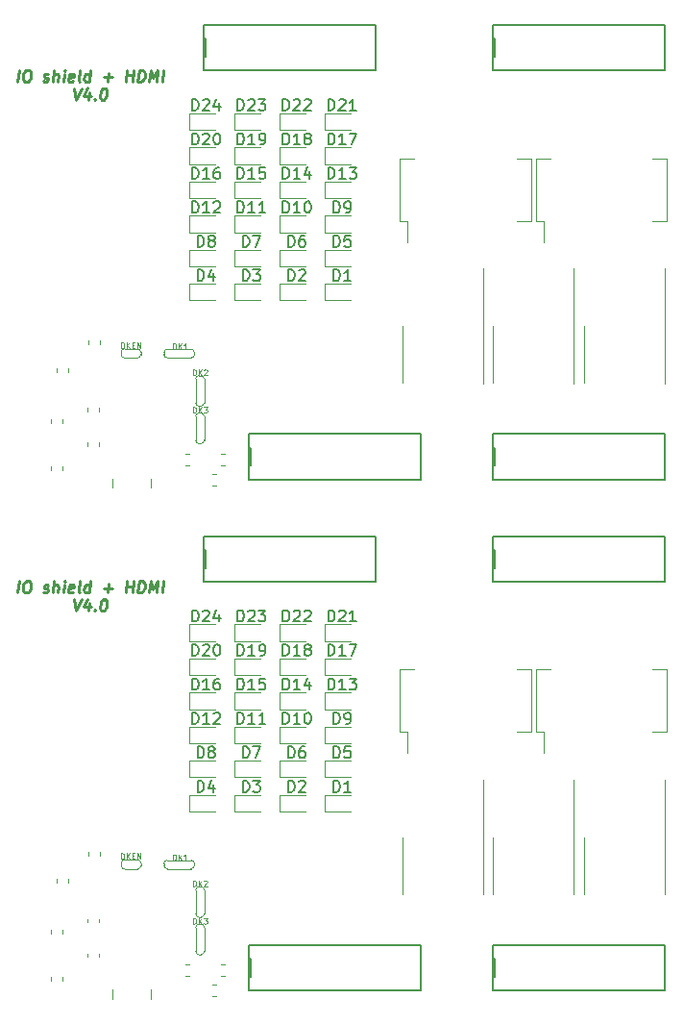
<source format=gbr>
G04 #@! TF.GenerationSoftware,KiCad,Pcbnew,(5.99.0-3349-gc9824bbd9)*
G04 #@! TF.CreationDate,2020-09-22T10:36:58-07:00*
G04 #@! TF.ProjectId,Alchitry_IO_Shield,416c6368-6974-4727-995f-494f5f536869,rev?*
G04 #@! TF.SameCoordinates,Original*
G04 #@! TF.FileFunction,Legend,Top*
G04 #@! TF.FilePolarity,Positive*
%FSLAX46Y46*%
G04 Gerber Fmt 4.6, Leading zero omitted, Abs format (unit mm)*
G04 Created by KiCad (PCBNEW (5.99.0-3349-gc9824bbd9)) date 2020-09-22 10:36:58*
%MOMM*%
%LPD*%
G01*
G04 APERTURE LIST*
%ADD10C,0.250000*%
%ADD11C,0.150000*%
%ADD12C,0.100000*%
%ADD13C,0.120000*%
%ADD14C,0.127000*%
G04 APERTURE END LIST*
D10*
X14548184Y-64452380D02*
X14673184Y-63452380D01*
X15339851Y-63452380D02*
X15530327Y-63452380D01*
X15619613Y-63500000D01*
X15702946Y-63595238D01*
X15726755Y-63785714D01*
X15685089Y-64119047D01*
X15613660Y-64309523D01*
X15506517Y-64404761D01*
X15405327Y-64452380D01*
X15214851Y-64452380D01*
X15125565Y-64404761D01*
X15042232Y-64309523D01*
X15018422Y-64119047D01*
X15060089Y-63785714D01*
X15131517Y-63595238D01*
X15238660Y-63500000D01*
X15339851Y-63452380D01*
X16792232Y-64404761D02*
X16881517Y-64452380D01*
X17071994Y-64452380D01*
X17173184Y-64404761D01*
X17232708Y-64309523D01*
X17238660Y-64261904D01*
X17202946Y-64166666D01*
X17113660Y-64119047D01*
X16970803Y-64119047D01*
X16881517Y-64071428D01*
X16845803Y-63976190D01*
X16851755Y-63928571D01*
X16911279Y-63833333D01*
X17012470Y-63785714D01*
X17155327Y-63785714D01*
X17244613Y-63833333D01*
X17643422Y-64452380D02*
X17768422Y-63452380D01*
X18071994Y-64452380D02*
X18137470Y-63928571D01*
X18101755Y-63833333D01*
X18012470Y-63785714D01*
X17869613Y-63785714D01*
X17768422Y-63833333D01*
X17714851Y-63880952D01*
X18548184Y-64452380D02*
X18631517Y-63785714D01*
X18673184Y-63452380D02*
X18619613Y-63500000D01*
X18661279Y-63547619D01*
X18714851Y-63500000D01*
X18673184Y-63452380D01*
X18661279Y-63547619D01*
X19411279Y-64404761D02*
X19310089Y-64452380D01*
X19119613Y-64452380D01*
X19030327Y-64404761D01*
X18994613Y-64309523D01*
X19042232Y-63928571D01*
X19101755Y-63833333D01*
X19202946Y-63785714D01*
X19393422Y-63785714D01*
X19482708Y-63833333D01*
X19518422Y-63928571D01*
X19506517Y-64023809D01*
X19018422Y-64119047D01*
X20024375Y-64452380D02*
X19935089Y-64404761D01*
X19899375Y-64309523D01*
X20006517Y-63452380D01*
X20833898Y-64452380D02*
X20958898Y-63452380D01*
X20839851Y-64404761D02*
X20738660Y-64452380D01*
X20548184Y-64452380D01*
X20458898Y-64404761D01*
X20417232Y-64357142D01*
X20381517Y-64261904D01*
X20417232Y-63976190D01*
X20476755Y-63880952D01*
X20530327Y-63833333D01*
X20631517Y-63785714D01*
X20821994Y-63785714D01*
X20911279Y-63833333D01*
X22119613Y-64071428D02*
X22881517Y-64071428D01*
X22452946Y-64452380D02*
X22548184Y-63690476D01*
X24071994Y-64452380D02*
X24196994Y-63452380D01*
X24137470Y-63928571D02*
X24708898Y-63928571D01*
X24643422Y-64452380D02*
X24768422Y-63452380D01*
X25119613Y-64452380D02*
X25244613Y-63452380D01*
X25482708Y-63452380D01*
X25619613Y-63500000D01*
X25702946Y-63595238D01*
X25738660Y-63690476D01*
X25762470Y-63880952D01*
X25744613Y-64023809D01*
X25673184Y-64214285D01*
X25613660Y-64309523D01*
X25506517Y-64404761D01*
X25357708Y-64452380D01*
X25119613Y-64452380D01*
X26119613Y-64452380D02*
X26244613Y-63452380D01*
X26488660Y-64166666D01*
X26911279Y-63452380D01*
X26786279Y-64452380D01*
X27262470Y-64452380D02*
X27387470Y-63452380D01*
X19506517Y-65062380D02*
X19714851Y-66062380D01*
X20173184Y-65062380D01*
X20893422Y-65395714D02*
X20810089Y-66062380D01*
X20702946Y-65014761D02*
X20375565Y-65729047D01*
X20994613Y-65729047D01*
X21345803Y-65967142D02*
X21387470Y-66014761D01*
X21333898Y-66062380D01*
X21292232Y-66014761D01*
X21345803Y-65967142D01*
X21333898Y-66062380D01*
X22125565Y-65062380D02*
X22220803Y-65062380D01*
X22310089Y-65110000D01*
X22351755Y-65157619D01*
X22387470Y-65252857D01*
X22411279Y-65443333D01*
X22381517Y-65681428D01*
X22310089Y-65871904D01*
X22250565Y-65967142D01*
X22196994Y-66014761D01*
X22095803Y-66062380D01*
X22000565Y-66062380D01*
X21911279Y-66014761D01*
X21869613Y-65967142D01*
X21833898Y-65871904D01*
X21810089Y-65681428D01*
X21839851Y-65443333D01*
X21911279Y-65252857D01*
X21970803Y-65157619D01*
X22024375Y-65110000D01*
X22125565Y-65062380D01*
X14548184Y-19452380D02*
X14673184Y-18452380D01*
X15339851Y-18452380D02*
X15530327Y-18452380D01*
X15619613Y-18500000D01*
X15702946Y-18595238D01*
X15726755Y-18785714D01*
X15685089Y-19119047D01*
X15613660Y-19309523D01*
X15506517Y-19404761D01*
X15405327Y-19452380D01*
X15214851Y-19452380D01*
X15125565Y-19404761D01*
X15042232Y-19309523D01*
X15018422Y-19119047D01*
X15060089Y-18785714D01*
X15131517Y-18595238D01*
X15238660Y-18500000D01*
X15339851Y-18452380D01*
X16792232Y-19404761D02*
X16881517Y-19452380D01*
X17071994Y-19452380D01*
X17173184Y-19404761D01*
X17232708Y-19309523D01*
X17238660Y-19261904D01*
X17202946Y-19166666D01*
X17113660Y-19119047D01*
X16970803Y-19119047D01*
X16881517Y-19071428D01*
X16845803Y-18976190D01*
X16851755Y-18928571D01*
X16911279Y-18833333D01*
X17012470Y-18785714D01*
X17155327Y-18785714D01*
X17244613Y-18833333D01*
X17643422Y-19452380D02*
X17768422Y-18452380D01*
X18071994Y-19452380D02*
X18137470Y-18928571D01*
X18101755Y-18833333D01*
X18012470Y-18785714D01*
X17869613Y-18785714D01*
X17768422Y-18833333D01*
X17714851Y-18880952D01*
X18548184Y-19452380D02*
X18631517Y-18785714D01*
X18673184Y-18452380D02*
X18619613Y-18500000D01*
X18661279Y-18547619D01*
X18714851Y-18500000D01*
X18673184Y-18452380D01*
X18661279Y-18547619D01*
X19411279Y-19404761D02*
X19310089Y-19452380D01*
X19119613Y-19452380D01*
X19030327Y-19404761D01*
X18994613Y-19309523D01*
X19042232Y-18928571D01*
X19101755Y-18833333D01*
X19202946Y-18785714D01*
X19393422Y-18785714D01*
X19482708Y-18833333D01*
X19518422Y-18928571D01*
X19506517Y-19023809D01*
X19018422Y-19119047D01*
X20024375Y-19452380D02*
X19935089Y-19404761D01*
X19899375Y-19309523D01*
X20006517Y-18452380D01*
X20833898Y-19452380D02*
X20958898Y-18452380D01*
X20839851Y-19404761D02*
X20738660Y-19452380D01*
X20548184Y-19452380D01*
X20458898Y-19404761D01*
X20417232Y-19357142D01*
X20381517Y-19261904D01*
X20417232Y-18976190D01*
X20476755Y-18880952D01*
X20530327Y-18833333D01*
X20631517Y-18785714D01*
X20821994Y-18785714D01*
X20911279Y-18833333D01*
X22119613Y-19071428D02*
X22881517Y-19071428D01*
X22452946Y-19452380D02*
X22548184Y-18690476D01*
X24071994Y-19452380D02*
X24196994Y-18452380D01*
X24137470Y-18928571D02*
X24708898Y-18928571D01*
X24643422Y-19452380D02*
X24768422Y-18452380D01*
X25119613Y-19452380D02*
X25244613Y-18452380D01*
X25482708Y-18452380D01*
X25619613Y-18500000D01*
X25702946Y-18595238D01*
X25738660Y-18690476D01*
X25762470Y-18880952D01*
X25744613Y-19023809D01*
X25673184Y-19214285D01*
X25613660Y-19309523D01*
X25506517Y-19404761D01*
X25357708Y-19452380D01*
X25119613Y-19452380D01*
X26119613Y-19452380D02*
X26244613Y-18452380D01*
X26488660Y-19166666D01*
X26911279Y-18452380D01*
X26786279Y-19452380D01*
X27262470Y-19452380D02*
X27387470Y-18452380D01*
X19506517Y-20062380D02*
X19714851Y-21062380D01*
X20173184Y-20062380D01*
X20893422Y-20395714D02*
X20810089Y-21062380D01*
X20702946Y-20014761D02*
X20375565Y-20729047D01*
X20994613Y-20729047D01*
X21345803Y-20967142D02*
X21387470Y-21014761D01*
X21333898Y-21062380D01*
X21292232Y-21014761D01*
X21345803Y-20967142D01*
X21333898Y-21062380D01*
X22125565Y-20062380D02*
X22220803Y-20062380D01*
X22310089Y-20110000D01*
X22351755Y-20157619D01*
X22387470Y-20252857D01*
X22411279Y-20443333D01*
X22381517Y-20681428D01*
X22310089Y-20871904D01*
X22250565Y-20967142D01*
X22196994Y-21014761D01*
X22095803Y-21062380D01*
X22000565Y-21062380D01*
X21911279Y-21014761D01*
X21869613Y-20967142D01*
X21833898Y-20871904D01*
X21810089Y-20681428D01*
X21839851Y-20443333D01*
X21911279Y-20252857D01*
X21970803Y-20157619D01*
X22024375Y-20110000D01*
X22125565Y-20062380D01*
D11*
X33910714Y-67022380D02*
X33910714Y-66022380D01*
X34148809Y-66022380D01*
X34291666Y-66070000D01*
X34386904Y-66165238D01*
X34434523Y-66260476D01*
X34482142Y-66450952D01*
X34482142Y-66593809D01*
X34434523Y-66784285D01*
X34386904Y-66879523D01*
X34291666Y-66974761D01*
X34148809Y-67022380D01*
X33910714Y-67022380D01*
X34863095Y-66117619D02*
X34910714Y-66070000D01*
X35005952Y-66022380D01*
X35244047Y-66022380D01*
X35339285Y-66070000D01*
X35386904Y-66117619D01*
X35434523Y-66212857D01*
X35434523Y-66308095D01*
X35386904Y-66450952D01*
X34815476Y-67022380D01*
X35434523Y-67022380D01*
X35767857Y-66022380D02*
X36386904Y-66022380D01*
X36053571Y-66403333D01*
X36196428Y-66403333D01*
X36291666Y-66450952D01*
X36339285Y-66498571D01*
X36386904Y-66593809D01*
X36386904Y-66831904D01*
X36339285Y-66927142D01*
X36291666Y-66974761D01*
X36196428Y-67022380D01*
X35910714Y-67022380D01*
X35815476Y-66974761D01*
X35767857Y-66927142D01*
X37910714Y-67022380D02*
X37910714Y-66022380D01*
X38148809Y-66022380D01*
X38291666Y-66070000D01*
X38386904Y-66165238D01*
X38434523Y-66260476D01*
X38482142Y-66450952D01*
X38482142Y-66593809D01*
X38434523Y-66784285D01*
X38386904Y-66879523D01*
X38291666Y-66974761D01*
X38148809Y-67022380D01*
X37910714Y-67022380D01*
X38863095Y-66117619D02*
X38910714Y-66070000D01*
X39005952Y-66022380D01*
X39244047Y-66022380D01*
X39339285Y-66070000D01*
X39386904Y-66117619D01*
X39434523Y-66212857D01*
X39434523Y-66308095D01*
X39386904Y-66450952D01*
X38815476Y-67022380D01*
X39434523Y-67022380D01*
X39815476Y-66117619D02*
X39863095Y-66070000D01*
X39958333Y-66022380D01*
X40196428Y-66022380D01*
X40291666Y-66070000D01*
X40339285Y-66117619D01*
X40386904Y-66212857D01*
X40386904Y-66308095D01*
X40339285Y-66450952D01*
X39767857Y-67022380D01*
X40386904Y-67022380D01*
X29910714Y-67022380D02*
X29910714Y-66022380D01*
X30148809Y-66022380D01*
X30291666Y-66070000D01*
X30386904Y-66165238D01*
X30434523Y-66260476D01*
X30482142Y-66450952D01*
X30482142Y-66593809D01*
X30434523Y-66784285D01*
X30386904Y-66879523D01*
X30291666Y-66974761D01*
X30148809Y-67022380D01*
X29910714Y-67022380D01*
X30863095Y-66117619D02*
X30910714Y-66070000D01*
X31005952Y-66022380D01*
X31244047Y-66022380D01*
X31339285Y-66070000D01*
X31386904Y-66117619D01*
X31434523Y-66212857D01*
X31434523Y-66308095D01*
X31386904Y-66450952D01*
X30815476Y-67022380D01*
X31434523Y-67022380D01*
X32291666Y-66355714D02*
X32291666Y-67022380D01*
X32053571Y-65974761D02*
X31815476Y-66689047D01*
X32434523Y-66689047D01*
X41910714Y-67022380D02*
X41910714Y-66022380D01*
X42148809Y-66022380D01*
X42291666Y-66070000D01*
X42386904Y-66165238D01*
X42434523Y-66260476D01*
X42482142Y-66450952D01*
X42482142Y-66593809D01*
X42434523Y-66784285D01*
X42386904Y-66879523D01*
X42291666Y-66974761D01*
X42148809Y-67022380D01*
X41910714Y-67022380D01*
X42863095Y-66117619D02*
X42910714Y-66070000D01*
X43005952Y-66022380D01*
X43244047Y-66022380D01*
X43339285Y-66070000D01*
X43386904Y-66117619D01*
X43434523Y-66212857D01*
X43434523Y-66308095D01*
X43386904Y-66450952D01*
X42815476Y-67022380D01*
X43434523Y-67022380D01*
X44386904Y-67022380D02*
X43815476Y-67022380D01*
X44101190Y-67022380D02*
X44101190Y-66022380D01*
X44005952Y-66165238D01*
X43910714Y-66260476D01*
X43815476Y-66308095D01*
X29910714Y-70022380D02*
X29910714Y-69022380D01*
X30148809Y-69022380D01*
X30291666Y-69070000D01*
X30386904Y-69165238D01*
X30434523Y-69260476D01*
X30482142Y-69450952D01*
X30482142Y-69593809D01*
X30434523Y-69784285D01*
X30386904Y-69879523D01*
X30291666Y-69974761D01*
X30148809Y-70022380D01*
X29910714Y-70022380D01*
X30863095Y-69117619D02*
X30910714Y-69070000D01*
X31005952Y-69022380D01*
X31244047Y-69022380D01*
X31339285Y-69070000D01*
X31386904Y-69117619D01*
X31434523Y-69212857D01*
X31434523Y-69308095D01*
X31386904Y-69450952D01*
X30815476Y-70022380D01*
X31434523Y-70022380D01*
X32053571Y-69022380D02*
X32148809Y-69022380D01*
X32244047Y-69070000D01*
X32291666Y-69117619D01*
X32339285Y-69212857D01*
X32386904Y-69403333D01*
X32386904Y-69641428D01*
X32339285Y-69831904D01*
X32291666Y-69927142D01*
X32244047Y-69974761D01*
X32148809Y-70022380D01*
X32053571Y-70022380D01*
X31958333Y-69974761D01*
X31910714Y-69927142D01*
X31863095Y-69831904D01*
X31815476Y-69641428D01*
X31815476Y-69403333D01*
X31863095Y-69212857D01*
X31910714Y-69117619D01*
X31958333Y-69070000D01*
X32053571Y-69022380D01*
X33910714Y-70022380D02*
X33910714Y-69022380D01*
X34148809Y-69022380D01*
X34291666Y-69070000D01*
X34386904Y-69165238D01*
X34434523Y-69260476D01*
X34482142Y-69450952D01*
X34482142Y-69593809D01*
X34434523Y-69784285D01*
X34386904Y-69879523D01*
X34291666Y-69974761D01*
X34148809Y-70022380D01*
X33910714Y-70022380D01*
X35434523Y-70022380D02*
X34863095Y-70022380D01*
X35148809Y-70022380D02*
X35148809Y-69022380D01*
X35053571Y-69165238D01*
X34958333Y-69260476D01*
X34863095Y-69308095D01*
X35910714Y-70022380D02*
X36101190Y-70022380D01*
X36196428Y-69974761D01*
X36244047Y-69927142D01*
X36339285Y-69784285D01*
X36386904Y-69593809D01*
X36386904Y-69212857D01*
X36339285Y-69117619D01*
X36291666Y-69070000D01*
X36196428Y-69022380D01*
X36005952Y-69022380D01*
X35910714Y-69070000D01*
X35863095Y-69117619D01*
X35815476Y-69212857D01*
X35815476Y-69450952D01*
X35863095Y-69546190D01*
X35910714Y-69593809D01*
X36005952Y-69641428D01*
X36196428Y-69641428D01*
X36291666Y-69593809D01*
X36339285Y-69546190D01*
X36386904Y-69450952D01*
X37910714Y-70022380D02*
X37910714Y-69022380D01*
X38148809Y-69022380D01*
X38291666Y-69070000D01*
X38386904Y-69165238D01*
X38434523Y-69260476D01*
X38482142Y-69450952D01*
X38482142Y-69593809D01*
X38434523Y-69784285D01*
X38386904Y-69879523D01*
X38291666Y-69974761D01*
X38148809Y-70022380D01*
X37910714Y-70022380D01*
X39434523Y-70022380D02*
X38863095Y-70022380D01*
X39148809Y-70022380D02*
X39148809Y-69022380D01*
X39053571Y-69165238D01*
X38958333Y-69260476D01*
X38863095Y-69308095D01*
X40005952Y-69450952D02*
X39910714Y-69403333D01*
X39863095Y-69355714D01*
X39815476Y-69260476D01*
X39815476Y-69212857D01*
X39863095Y-69117619D01*
X39910714Y-69070000D01*
X40005952Y-69022380D01*
X40196428Y-69022380D01*
X40291666Y-69070000D01*
X40339285Y-69117619D01*
X40386904Y-69212857D01*
X40386904Y-69260476D01*
X40339285Y-69355714D01*
X40291666Y-69403333D01*
X40196428Y-69450952D01*
X40005952Y-69450952D01*
X39910714Y-69498571D01*
X39863095Y-69546190D01*
X39815476Y-69641428D01*
X39815476Y-69831904D01*
X39863095Y-69927142D01*
X39910714Y-69974761D01*
X40005952Y-70022380D01*
X40196428Y-70022380D01*
X40291666Y-69974761D01*
X40339285Y-69927142D01*
X40386904Y-69831904D01*
X40386904Y-69641428D01*
X40339285Y-69546190D01*
X40291666Y-69498571D01*
X40196428Y-69450952D01*
X41910714Y-70022380D02*
X41910714Y-69022380D01*
X42148809Y-69022380D01*
X42291666Y-69070000D01*
X42386904Y-69165238D01*
X42434523Y-69260476D01*
X42482142Y-69450952D01*
X42482142Y-69593809D01*
X42434523Y-69784285D01*
X42386904Y-69879523D01*
X42291666Y-69974761D01*
X42148809Y-70022380D01*
X41910714Y-70022380D01*
X43434523Y-70022380D02*
X42863095Y-70022380D01*
X43148809Y-70022380D02*
X43148809Y-69022380D01*
X43053571Y-69165238D01*
X42958333Y-69260476D01*
X42863095Y-69308095D01*
X43767857Y-69022380D02*
X44434523Y-69022380D01*
X44005952Y-70022380D01*
X29910714Y-73022380D02*
X29910714Y-72022380D01*
X30148809Y-72022380D01*
X30291666Y-72070000D01*
X30386904Y-72165238D01*
X30434523Y-72260476D01*
X30482142Y-72450952D01*
X30482142Y-72593809D01*
X30434523Y-72784285D01*
X30386904Y-72879523D01*
X30291666Y-72974761D01*
X30148809Y-73022380D01*
X29910714Y-73022380D01*
X31434523Y-73022380D02*
X30863095Y-73022380D01*
X31148809Y-73022380D02*
X31148809Y-72022380D01*
X31053571Y-72165238D01*
X30958333Y-72260476D01*
X30863095Y-72308095D01*
X32291666Y-72022380D02*
X32101190Y-72022380D01*
X32005952Y-72070000D01*
X31958333Y-72117619D01*
X31863095Y-72260476D01*
X31815476Y-72450952D01*
X31815476Y-72831904D01*
X31863095Y-72927142D01*
X31910714Y-72974761D01*
X32005952Y-73022380D01*
X32196428Y-73022380D01*
X32291666Y-72974761D01*
X32339285Y-72927142D01*
X32386904Y-72831904D01*
X32386904Y-72593809D01*
X32339285Y-72498571D01*
X32291666Y-72450952D01*
X32196428Y-72403333D01*
X32005952Y-72403333D01*
X31910714Y-72450952D01*
X31863095Y-72498571D01*
X31815476Y-72593809D01*
X34386904Y-82022380D02*
X34386904Y-81022380D01*
X34625000Y-81022380D01*
X34767857Y-81070000D01*
X34863095Y-81165238D01*
X34910714Y-81260476D01*
X34958333Y-81450952D01*
X34958333Y-81593809D01*
X34910714Y-81784285D01*
X34863095Y-81879523D01*
X34767857Y-81974761D01*
X34625000Y-82022380D01*
X34386904Y-82022380D01*
X35291666Y-81022380D02*
X35910714Y-81022380D01*
X35577380Y-81403333D01*
X35720238Y-81403333D01*
X35815476Y-81450952D01*
X35863095Y-81498571D01*
X35910714Y-81593809D01*
X35910714Y-81831904D01*
X35863095Y-81927142D01*
X35815476Y-81974761D01*
X35720238Y-82022380D01*
X35434523Y-82022380D01*
X35339285Y-81974761D01*
X35291666Y-81927142D01*
X37910714Y-76022380D02*
X37910714Y-75022380D01*
X38148809Y-75022380D01*
X38291666Y-75070000D01*
X38386904Y-75165238D01*
X38434523Y-75260476D01*
X38482142Y-75450952D01*
X38482142Y-75593809D01*
X38434523Y-75784285D01*
X38386904Y-75879523D01*
X38291666Y-75974761D01*
X38148809Y-76022380D01*
X37910714Y-76022380D01*
X39434523Y-76022380D02*
X38863095Y-76022380D01*
X39148809Y-76022380D02*
X39148809Y-75022380D01*
X39053571Y-75165238D01*
X38958333Y-75260476D01*
X38863095Y-75308095D01*
X40053571Y-75022380D02*
X40148809Y-75022380D01*
X40244047Y-75070000D01*
X40291666Y-75117619D01*
X40339285Y-75212857D01*
X40386904Y-75403333D01*
X40386904Y-75641428D01*
X40339285Y-75831904D01*
X40291666Y-75927142D01*
X40244047Y-75974761D01*
X40148809Y-76022380D01*
X40053571Y-76022380D01*
X39958333Y-75974761D01*
X39910714Y-75927142D01*
X39863095Y-75831904D01*
X39815476Y-75641428D01*
X39815476Y-75403333D01*
X39863095Y-75212857D01*
X39910714Y-75117619D01*
X39958333Y-75070000D01*
X40053571Y-75022380D01*
X33910714Y-73022380D02*
X33910714Y-72022380D01*
X34148809Y-72022380D01*
X34291666Y-72070000D01*
X34386904Y-72165238D01*
X34434523Y-72260476D01*
X34482142Y-72450952D01*
X34482142Y-72593809D01*
X34434523Y-72784285D01*
X34386904Y-72879523D01*
X34291666Y-72974761D01*
X34148809Y-73022380D01*
X33910714Y-73022380D01*
X35434523Y-73022380D02*
X34863095Y-73022380D01*
X35148809Y-73022380D02*
X35148809Y-72022380D01*
X35053571Y-72165238D01*
X34958333Y-72260476D01*
X34863095Y-72308095D01*
X36339285Y-72022380D02*
X35863095Y-72022380D01*
X35815476Y-72498571D01*
X35863095Y-72450952D01*
X35958333Y-72403333D01*
X36196428Y-72403333D01*
X36291666Y-72450952D01*
X36339285Y-72498571D01*
X36386904Y-72593809D01*
X36386904Y-72831904D01*
X36339285Y-72927142D01*
X36291666Y-72974761D01*
X36196428Y-73022380D01*
X35958333Y-73022380D01*
X35863095Y-72974761D01*
X35815476Y-72927142D01*
X38386904Y-79022380D02*
X38386904Y-78022380D01*
X38625000Y-78022380D01*
X38767857Y-78070000D01*
X38863095Y-78165238D01*
X38910714Y-78260476D01*
X38958333Y-78450952D01*
X38958333Y-78593809D01*
X38910714Y-78784285D01*
X38863095Y-78879523D01*
X38767857Y-78974761D01*
X38625000Y-79022380D01*
X38386904Y-79022380D01*
X39815476Y-78022380D02*
X39625000Y-78022380D01*
X39529761Y-78070000D01*
X39482142Y-78117619D01*
X39386904Y-78260476D01*
X39339285Y-78450952D01*
X39339285Y-78831904D01*
X39386904Y-78927142D01*
X39434523Y-78974761D01*
X39529761Y-79022380D01*
X39720238Y-79022380D01*
X39815476Y-78974761D01*
X39863095Y-78927142D01*
X39910714Y-78831904D01*
X39910714Y-78593809D01*
X39863095Y-78498571D01*
X39815476Y-78450952D01*
X39720238Y-78403333D01*
X39529761Y-78403333D01*
X39434523Y-78450952D01*
X39386904Y-78498571D01*
X39339285Y-78593809D01*
X42386904Y-79022380D02*
X42386904Y-78022380D01*
X42625000Y-78022380D01*
X42767857Y-78070000D01*
X42863095Y-78165238D01*
X42910714Y-78260476D01*
X42958333Y-78450952D01*
X42958333Y-78593809D01*
X42910714Y-78784285D01*
X42863095Y-78879523D01*
X42767857Y-78974761D01*
X42625000Y-79022380D01*
X42386904Y-79022380D01*
X43863095Y-78022380D02*
X43386904Y-78022380D01*
X43339285Y-78498571D01*
X43386904Y-78450952D01*
X43482142Y-78403333D01*
X43720238Y-78403333D01*
X43815476Y-78450952D01*
X43863095Y-78498571D01*
X43910714Y-78593809D01*
X43910714Y-78831904D01*
X43863095Y-78927142D01*
X43815476Y-78974761D01*
X43720238Y-79022380D01*
X43482142Y-79022380D01*
X43386904Y-78974761D01*
X43339285Y-78927142D01*
X34386904Y-79022380D02*
X34386904Y-78022380D01*
X34625000Y-78022380D01*
X34767857Y-78070000D01*
X34863095Y-78165238D01*
X34910714Y-78260476D01*
X34958333Y-78450952D01*
X34958333Y-78593809D01*
X34910714Y-78784285D01*
X34863095Y-78879523D01*
X34767857Y-78974761D01*
X34625000Y-79022380D01*
X34386904Y-79022380D01*
X35291666Y-78022380D02*
X35958333Y-78022380D01*
X35529761Y-79022380D01*
X41910714Y-73022380D02*
X41910714Y-72022380D01*
X42148809Y-72022380D01*
X42291666Y-72070000D01*
X42386904Y-72165238D01*
X42434523Y-72260476D01*
X42482142Y-72450952D01*
X42482142Y-72593809D01*
X42434523Y-72784285D01*
X42386904Y-72879523D01*
X42291666Y-72974761D01*
X42148809Y-73022380D01*
X41910714Y-73022380D01*
X43434523Y-73022380D02*
X42863095Y-73022380D01*
X43148809Y-73022380D02*
X43148809Y-72022380D01*
X43053571Y-72165238D01*
X42958333Y-72260476D01*
X42863095Y-72308095D01*
X43767857Y-72022380D02*
X44386904Y-72022380D01*
X44053571Y-72403333D01*
X44196428Y-72403333D01*
X44291666Y-72450952D01*
X44339285Y-72498571D01*
X44386904Y-72593809D01*
X44386904Y-72831904D01*
X44339285Y-72927142D01*
X44291666Y-72974761D01*
X44196428Y-73022380D01*
X43910714Y-73022380D01*
X43815476Y-72974761D01*
X43767857Y-72927142D01*
X30386904Y-82022380D02*
X30386904Y-81022380D01*
X30625000Y-81022380D01*
X30767857Y-81070000D01*
X30863095Y-81165238D01*
X30910714Y-81260476D01*
X30958333Y-81450952D01*
X30958333Y-81593809D01*
X30910714Y-81784285D01*
X30863095Y-81879523D01*
X30767857Y-81974761D01*
X30625000Y-82022380D01*
X30386904Y-82022380D01*
X31815476Y-81355714D02*
X31815476Y-82022380D01*
X31577380Y-80974761D02*
X31339285Y-81689047D01*
X31958333Y-81689047D01*
X42386904Y-82022380D02*
X42386904Y-81022380D01*
X42625000Y-81022380D01*
X42767857Y-81070000D01*
X42863095Y-81165238D01*
X42910714Y-81260476D01*
X42958333Y-81450952D01*
X42958333Y-81593809D01*
X42910714Y-81784285D01*
X42863095Y-81879523D01*
X42767857Y-81974761D01*
X42625000Y-82022380D01*
X42386904Y-82022380D01*
X43910714Y-82022380D02*
X43339285Y-82022380D01*
X43625000Y-82022380D02*
X43625000Y-81022380D01*
X43529761Y-81165238D01*
X43434523Y-81260476D01*
X43339285Y-81308095D01*
X38386904Y-82022380D02*
X38386904Y-81022380D01*
X38625000Y-81022380D01*
X38767857Y-81070000D01*
X38863095Y-81165238D01*
X38910714Y-81260476D01*
X38958333Y-81450952D01*
X38958333Y-81593809D01*
X38910714Y-81784285D01*
X38863095Y-81879523D01*
X38767857Y-81974761D01*
X38625000Y-82022380D01*
X38386904Y-82022380D01*
X39339285Y-81117619D02*
X39386904Y-81070000D01*
X39482142Y-81022380D01*
X39720238Y-81022380D01*
X39815476Y-81070000D01*
X39863095Y-81117619D01*
X39910714Y-81212857D01*
X39910714Y-81308095D01*
X39863095Y-81450952D01*
X39291666Y-82022380D01*
X39910714Y-82022380D01*
X33910714Y-76022380D02*
X33910714Y-75022380D01*
X34148809Y-75022380D01*
X34291666Y-75070000D01*
X34386904Y-75165238D01*
X34434523Y-75260476D01*
X34482142Y-75450952D01*
X34482142Y-75593809D01*
X34434523Y-75784285D01*
X34386904Y-75879523D01*
X34291666Y-75974761D01*
X34148809Y-76022380D01*
X33910714Y-76022380D01*
X35434523Y-76022380D02*
X34863095Y-76022380D01*
X35148809Y-76022380D02*
X35148809Y-75022380D01*
X35053571Y-75165238D01*
X34958333Y-75260476D01*
X34863095Y-75308095D01*
X36386904Y-76022380D02*
X35815476Y-76022380D01*
X36101190Y-76022380D02*
X36101190Y-75022380D01*
X36005952Y-75165238D01*
X35910714Y-75260476D01*
X35815476Y-75308095D01*
D12*
X28210952Y-88026190D02*
X28210952Y-87526190D01*
X28330000Y-87526190D01*
X28401428Y-87550000D01*
X28449047Y-87597619D01*
X28472857Y-87645238D01*
X28496666Y-87740476D01*
X28496666Y-87811904D01*
X28472857Y-87907142D01*
X28449047Y-87954761D01*
X28401428Y-88002380D01*
X28330000Y-88026190D01*
X28210952Y-88026190D01*
X28710952Y-88026190D02*
X28710952Y-87526190D01*
X28996666Y-88026190D02*
X28782380Y-87740476D01*
X28996666Y-87526190D02*
X28710952Y-87811904D01*
X29472857Y-88026190D02*
X29187142Y-88026190D01*
X29330000Y-88026190D02*
X29330000Y-87526190D01*
X29282380Y-87597619D01*
X29234761Y-87645238D01*
X29187142Y-87669047D01*
D11*
X37910714Y-73022380D02*
X37910714Y-72022380D01*
X38148809Y-72022380D01*
X38291666Y-72070000D01*
X38386904Y-72165238D01*
X38434523Y-72260476D01*
X38482142Y-72450952D01*
X38482142Y-72593809D01*
X38434523Y-72784285D01*
X38386904Y-72879523D01*
X38291666Y-72974761D01*
X38148809Y-73022380D01*
X37910714Y-73022380D01*
X39434523Y-73022380D02*
X38863095Y-73022380D01*
X39148809Y-73022380D02*
X39148809Y-72022380D01*
X39053571Y-72165238D01*
X38958333Y-72260476D01*
X38863095Y-72308095D01*
X40291666Y-72355714D02*
X40291666Y-73022380D01*
X40053571Y-71974761D02*
X39815476Y-72689047D01*
X40434523Y-72689047D01*
X29910714Y-76022380D02*
X29910714Y-75022380D01*
X30148809Y-75022380D01*
X30291666Y-75070000D01*
X30386904Y-75165238D01*
X30434523Y-75260476D01*
X30482142Y-75450952D01*
X30482142Y-75593809D01*
X30434523Y-75784285D01*
X30386904Y-75879523D01*
X30291666Y-75974761D01*
X30148809Y-76022380D01*
X29910714Y-76022380D01*
X31434523Y-76022380D02*
X30863095Y-76022380D01*
X31148809Y-76022380D02*
X31148809Y-75022380D01*
X31053571Y-75165238D01*
X30958333Y-75260476D01*
X30863095Y-75308095D01*
X31815476Y-75117619D02*
X31863095Y-75070000D01*
X31958333Y-75022380D01*
X32196428Y-75022380D01*
X32291666Y-75070000D01*
X32339285Y-75117619D01*
X32386904Y-75212857D01*
X32386904Y-75308095D01*
X32339285Y-75450952D01*
X31767857Y-76022380D01*
X32386904Y-76022380D01*
X42386904Y-76022380D02*
X42386904Y-75022380D01*
X42625000Y-75022380D01*
X42767857Y-75070000D01*
X42863095Y-75165238D01*
X42910714Y-75260476D01*
X42958333Y-75450952D01*
X42958333Y-75593809D01*
X42910714Y-75784285D01*
X42863095Y-75879523D01*
X42767857Y-75974761D01*
X42625000Y-76022380D01*
X42386904Y-76022380D01*
X43434523Y-76022380D02*
X43625000Y-76022380D01*
X43720238Y-75974761D01*
X43767857Y-75927142D01*
X43863095Y-75784285D01*
X43910714Y-75593809D01*
X43910714Y-75212857D01*
X43863095Y-75117619D01*
X43815476Y-75070000D01*
X43720238Y-75022380D01*
X43529761Y-75022380D01*
X43434523Y-75070000D01*
X43386904Y-75117619D01*
X43339285Y-75212857D01*
X43339285Y-75450952D01*
X43386904Y-75546190D01*
X43434523Y-75593809D01*
X43529761Y-75641428D01*
X43720238Y-75641428D01*
X43815476Y-75593809D01*
X43863095Y-75546190D01*
X43910714Y-75450952D01*
X30386904Y-79022380D02*
X30386904Y-78022380D01*
X30625000Y-78022380D01*
X30767857Y-78070000D01*
X30863095Y-78165238D01*
X30910714Y-78260476D01*
X30958333Y-78450952D01*
X30958333Y-78593809D01*
X30910714Y-78784285D01*
X30863095Y-78879523D01*
X30767857Y-78974761D01*
X30625000Y-79022380D01*
X30386904Y-79022380D01*
X31529761Y-78450952D02*
X31434523Y-78403333D01*
X31386904Y-78355714D01*
X31339285Y-78260476D01*
X31339285Y-78212857D01*
X31386904Y-78117619D01*
X31434523Y-78070000D01*
X31529761Y-78022380D01*
X31720238Y-78022380D01*
X31815476Y-78070000D01*
X31863095Y-78117619D01*
X31910714Y-78212857D01*
X31910714Y-78260476D01*
X31863095Y-78355714D01*
X31815476Y-78403333D01*
X31720238Y-78450952D01*
X31529761Y-78450952D01*
X31434523Y-78498571D01*
X31386904Y-78546190D01*
X31339285Y-78641428D01*
X31339285Y-78831904D01*
X31386904Y-78927142D01*
X31434523Y-78974761D01*
X31529761Y-79022380D01*
X31720238Y-79022380D01*
X31815476Y-78974761D01*
X31863095Y-78927142D01*
X31910714Y-78831904D01*
X31910714Y-78641428D01*
X31863095Y-78546190D01*
X31815476Y-78498571D01*
X31720238Y-78450952D01*
D12*
X29980952Y-90326190D02*
X29980952Y-89826190D01*
X30100000Y-89826190D01*
X30171428Y-89850000D01*
X30219047Y-89897619D01*
X30242857Y-89945238D01*
X30266666Y-90040476D01*
X30266666Y-90111904D01*
X30242857Y-90207142D01*
X30219047Y-90254761D01*
X30171428Y-90302380D01*
X30100000Y-90326190D01*
X29980952Y-90326190D01*
X30480952Y-90326190D02*
X30480952Y-89826190D01*
X30766666Y-90326190D02*
X30552380Y-90040476D01*
X30766666Y-89826190D02*
X30480952Y-90111904D01*
X30957142Y-89873809D02*
X30980952Y-89850000D01*
X31028571Y-89826190D01*
X31147619Y-89826190D01*
X31195238Y-89850000D01*
X31219047Y-89873809D01*
X31242857Y-89921428D01*
X31242857Y-89969047D01*
X31219047Y-90040476D01*
X30933333Y-90326190D01*
X31242857Y-90326190D01*
X29980952Y-93626190D02*
X29980952Y-93126190D01*
X30100000Y-93126190D01*
X30171428Y-93150000D01*
X30219047Y-93197619D01*
X30242857Y-93245238D01*
X30266666Y-93340476D01*
X30266666Y-93411904D01*
X30242857Y-93507142D01*
X30219047Y-93554761D01*
X30171428Y-93602380D01*
X30100000Y-93626190D01*
X29980952Y-93626190D01*
X30480952Y-93626190D02*
X30480952Y-93126190D01*
X30766666Y-93626190D02*
X30552380Y-93340476D01*
X30766666Y-93126190D02*
X30480952Y-93411904D01*
X30933333Y-93126190D02*
X31242857Y-93126190D01*
X31076190Y-93316666D01*
X31147619Y-93316666D01*
X31195238Y-93340476D01*
X31219047Y-93364285D01*
X31242857Y-93411904D01*
X31242857Y-93530952D01*
X31219047Y-93578571D01*
X31195238Y-93602380D01*
X31147619Y-93626190D01*
X31004761Y-93626190D01*
X30957142Y-93602380D01*
X30933333Y-93578571D01*
X23630952Y-87926190D02*
X23630952Y-87426190D01*
X23750000Y-87426190D01*
X23821428Y-87450000D01*
X23869047Y-87497619D01*
X23892857Y-87545238D01*
X23916666Y-87640476D01*
X23916666Y-87711904D01*
X23892857Y-87807142D01*
X23869047Y-87854761D01*
X23821428Y-87902380D01*
X23750000Y-87926190D01*
X23630952Y-87926190D01*
X24130952Y-87926190D02*
X24130952Y-87426190D01*
X24416666Y-87926190D02*
X24202380Y-87640476D01*
X24416666Y-87426190D02*
X24130952Y-87711904D01*
X24630952Y-87664285D02*
X24797619Y-87664285D01*
X24869047Y-87926190D02*
X24630952Y-87926190D01*
X24630952Y-87426190D01*
X24869047Y-87426190D01*
X25083333Y-87926190D02*
X25083333Y-87426190D01*
X25369047Y-87926190D01*
X25369047Y-87426190D01*
X29980952Y-48626190D02*
X29980952Y-48126190D01*
X30100000Y-48126190D01*
X30171428Y-48150000D01*
X30219047Y-48197619D01*
X30242857Y-48245238D01*
X30266666Y-48340476D01*
X30266666Y-48411904D01*
X30242857Y-48507142D01*
X30219047Y-48554761D01*
X30171428Y-48602380D01*
X30100000Y-48626190D01*
X29980952Y-48626190D01*
X30480952Y-48626190D02*
X30480952Y-48126190D01*
X30766666Y-48626190D02*
X30552380Y-48340476D01*
X30766666Y-48126190D02*
X30480952Y-48411904D01*
X30933333Y-48126190D02*
X31242857Y-48126190D01*
X31076190Y-48316666D01*
X31147619Y-48316666D01*
X31195238Y-48340476D01*
X31219047Y-48364285D01*
X31242857Y-48411904D01*
X31242857Y-48530952D01*
X31219047Y-48578571D01*
X31195238Y-48602380D01*
X31147619Y-48626190D01*
X31004761Y-48626190D01*
X30957142Y-48602380D01*
X30933333Y-48578571D01*
X23630952Y-42926190D02*
X23630952Y-42426190D01*
X23750000Y-42426190D01*
X23821428Y-42450000D01*
X23869047Y-42497619D01*
X23892857Y-42545238D01*
X23916666Y-42640476D01*
X23916666Y-42711904D01*
X23892857Y-42807142D01*
X23869047Y-42854761D01*
X23821428Y-42902380D01*
X23750000Y-42926190D01*
X23630952Y-42926190D01*
X24130952Y-42926190D02*
X24130952Y-42426190D01*
X24416666Y-42926190D02*
X24202380Y-42640476D01*
X24416666Y-42426190D02*
X24130952Y-42711904D01*
X24630952Y-42664285D02*
X24797619Y-42664285D01*
X24869047Y-42926190D02*
X24630952Y-42926190D01*
X24630952Y-42426190D01*
X24869047Y-42426190D01*
X25083333Y-42926190D02*
X25083333Y-42426190D01*
X25369047Y-42926190D01*
X25369047Y-42426190D01*
X29980952Y-45326190D02*
X29980952Y-44826190D01*
X30100000Y-44826190D01*
X30171428Y-44850000D01*
X30219047Y-44897619D01*
X30242857Y-44945238D01*
X30266666Y-45040476D01*
X30266666Y-45111904D01*
X30242857Y-45207142D01*
X30219047Y-45254761D01*
X30171428Y-45302380D01*
X30100000Y-45326190D01*
X29980952Y-45326190D01*
X30480952Y-45326190D02*
X30480952Y-44826190D01*
X30766666Y-45326190D02*
X30552380Y-45040476D01*
X30766666Y-44826190D02*
X30480952Y-45111904D01*
X30957142Y-44873809D02*
X30980952Y-44850000D01*
X31028571Y-44826190D01*
X31147619Y-44826190D01*
X31195238Y-44850000D01*
X31219047Y-44873809D01*
X31242857Y-44921428D01*
X31242857Y-44969047D01*
X31219047Y-45040476D01*
X30933333Y-45326190D01*
X31242857Y-45326190D01*
X28210952Y-43026190D02*
X28210952Y-42526190D01*
X28330000Y-42526190D01*
X28401428Y-42550000D01*
X28449047Y-42597619D01*
X28472857Y-42645238D01*
X28496666Y-42740476D01*
X28496666Y-42811904D01*
X28472857Y-42907142D01*
X28449047Y-42954761D01*
X28401428Y-43002380D01*
X28330000Y-43026190D01*
X28210952Y-43026190D01*
X28710952Y-43026190D02*
X28710952Y-42526190D01*
X28996666Y-43026190D02*
X28782380Y-42740476D01*
X28996666Y-42526190D02*
X28710952Y-42811904D01*
X29472857Y-43026190D02*
X29187142Y-43026190D01*
X29330000Y-43026190D02*
X29330000Y-42526190D01*
X29282380Y-42597619D01*
X29234761Y-42645238D01*
X29187142Y-42669047D01*
D11*
X30386904Y-34022380D02*
X30386904Y-33022380D01*
X30625000Y-33022380D01*
X30767857Y-33070000D01*
X30863095Y-33165238D01*
X30910714Y-33260476D01*
X30958333Y-33450952D01*
X30958333Y-33593809D01*
X30910714Y-33784285D01*
X30863095Y-33879523D01*
X30767857Y-33974761D01*
X30625000Y-34022380D01*
X30386904Y-34022380D01*
X31529761Y-33450952D02*
X31434523Y-33403333D01*
X31386904Y-33355714D01*
X31339285Y-33260476D01*
X31339285Y-33212857D01*
X31386904Y-33117619D01*
X31434523Y-33070000D01*
X31529761Y-33022380D01*
X31720238Y-33022380D01*
X31815476Y-33070000D01*
X31863095Y-33117619D01*
X31910714Y-33212857D01*
X31910714Y-33260476D01*
X31863095Y-33355714D01*
X31815476Y-33403333D01*
X31720238Y-33450952D01*
X31529761Y-33450952D01*
X31434523Y-33498571D01*
X31386904Y-33546190D01*
X31339285Y-33641428D01*
X31339285Y-33831904D01*
X31386904Y-33927142D01*
X31434523Y-33974761D01*
X31529761Y-34022380D01*
X31720238Y-34022380D01*
X31815476Y-33974761D01*
X31863095Y-33927142D01*
X31910714Y-33831904D01*
X31910714Y-33641428D01*
X31863095Y-33546190D01*
X31815476Y-33498571D01*
X31720238Y-33450952D01*
X42386904Y-31022380D02*
X42386904Y-30022380D01*
X42625000Y-30022380D01*
X42767857Y-30070000D01*
X42863095Y-30165238D01*
X42910714Y-30260476D01*
X42958333Y-30450952D01*
X42958333Y-30593809D01*
X42910714Y-30784285D01*
X42863095Y-30879523D01*
X42767857Y-30974761D01*
X42625000Y-31022380D01*
X42386904Y-31022380D01*
X43434523Y-31022380D02*
X43625000Y-31022380D01*
X43720238Y-30974761D01*
X43767857Y-30927142D01*
X43863095Y-30784285D01*
X43910714Y-30593809D01*
X43910714Y-30212857D01*
X43863095Y-30117619D01*
X43815476Y-30070000D01*
X43720238Y-30022380D01*
X43529761Y-30022380D01*
X43434523Y-30070000D01*
X43386904Y-30117619D01*
X43339285Y-30212857D01*
X43339285Y-30450952D01*
X43386904Y-30546190D01*
X43434523Y-30593809D01*
X43529761Y-30641428D01*
X43720238Y-30641428D01*
X43815476Y-30593809D01*
X43863095Y-30546190D01*
X43910714Y-30450952D01*
X33910714Y-31022380D02*
X33910714Y-30022380D01*
X34148809Y-30022380D01*
X34291666Y-30070000D01*
X34386904Y-30165238D01*
X34434523Y-30260476D01*
X34482142Y-30450952D01*
X34482142Y-30593809D01*
X34434523Y-30784285D01*
X34386904Y-30879523D01*
X34291666Y-30974761D01*
X34148809Y-31022380D01*
X33910714Y-31022380D01*
X35434523Y-31022380D02*
X34863095Y-31022380D01*
X35148809Y-31022380D02*
X35148809Y-30022380D01*
X35053571Y-30165238D01*
X34958333Y-30260476D01*
X34863095Y-30308095D01*
X36386904Y-31022380D02*
X35815476Y-31022380D01*
X36101190Y-31022380D02*
X36101190Y-30022380D01*
X36005952Y-30165238D01*
X35910714Y-30260476D01*
X35815476Y-30308095D01*
X38386904Y-37022380D02*
X38386904Y-36022380D01*
X38625000Y-36022380D01*
X38767857Y-36070000D01*
X38863095Y-36165238D01*
X38910714Y-36260476D01*
X38958333Y-36450952D01*
X38958333Y-36593809D01*
X38910714Y-36784285D01*
X38863095Y-36879523D01*
X38767857Y-36974761D01*
X38625000Y-37022380D01*
X38386904Y-37022380D01*
X39339285Y-36117619D02*
X39386904Y-36070000D01*
X39482142Y-36022380D01*
X39720238Y-36022380D01*
X39815476Y-36070000D01*
X39863095Y-36117619D01*
X39910714Y-36212857D01*
X39910714Y-36308095D01*
X39863095Y-36450952D01*
X39291666Y-37022380D01*
X39910714Y-37022380D01*
X42386904Y-37022380D02*
X42386904Y-36022380D01*
X42625000Y-36022380D01*
X42767857Y-36070000D01*
X42863095Y-36165238D01*
X42910714Y-36260476D01*
X42958333Y-36450952D01*
X42958333Y-36593809D01*
X42910714Y-36784285D01*
X42863095Y-36879523D01*
X42767857Y-36974761D01*
X42625000Y-37022380D01*
X42386904Y-37022380D01*
X43910714Y-37022380D02*
X43339285Y-37022380D01*
X43625000Y-37022380D02*
X43625000Y-36022380D01*
X43529761Y-36165238D01*
X43434523Y-36260476D01*
X43339285Y-36308095D01*
X30386904Y-37022380D02*
X30386904Y-36022380D01*
X30625000Y-36022380D01*
X30767857Y-36070000D01*
X30863095Y-36165238D01*
X30910714Y-36260476D01*
X30958333Y-36450952D01*
X30958333Y-36593809D01*
X30910714Y-36784285D01*
X30863095Y-36879523D01*
X30767857Y-36974761D01*
X30625000Y-37022380D01*
X30386904Y-37022380D01*
X31815476Y-36355714D02*
X31815476Y-37022380D01*
X31577380Y-35974761D02*
X31339285Y-36689047D01*
X31958333Y-36689047D01*
X41910714Y-28022380D02*
X41910714Y-27022380D01*
X42148809Y-27022380D01*
X42291666Y-27070000D01*
X42386904Y-27165238D01*
X42434523Y-27260476D01*
X42482142Y-27450952D01*
X42482142Y-27593809D01*
X42434523Y-27784285D01*
X42386904Y-27879523D01*
X42291666Y-27974761D01*
X42148809Y-28022380D01*
X41910714Y-28022380D01*
X43434523Y-28022380D02*
X42863095Y-28022380D01*
X43148809Y-28022380D02*
X43148809Y-27022380D01*
X43053571Y-27165238D01*
X42958333Y-27260476D01*
X42863095Y-27308095D01*
X43767857Y-27022380D02*
X44386904Y-27022380D01*
X44053571Y-27403333D01*
X44196428Y-27403333D01*
X44291666Y-27450952D01*
X44339285Y-27498571D01*
X44386904Y-27593809D01*
X44386904Y-27831904D01*
X44339285Y-27927142D01*
X44291666Y-27974761D01*
X44196428Y-28022380D01*
X43910714Y-28022380D01*
X43815476Y-27974761D01*
X43767857Y-27927142D01*
X34386904Y-34022380D02*
X34386904Y-33022380D01*
X34625000Y-33022380D01*
X34767857Y-33070000D01*
X34863095Y-33165238D01*
X34910714Y-33260476D01*
X34958333Y-33450952D01*
X34958333Y-33593809D01*
X34910714Y-33784285D01*
X34863095Y-33879523D01*
X34767857Y-33974761D01*
X34625000Y-34022380D01*
X34386904Y-34022380D01*
X35291666Y-33022380D02*
X35958333Y-33022380D01*
X35529761Y-34022380D01*
X42386904Y-34022380D02*
X42386904Y-33022380D01*
X42625000Y-33022380D01*
X42767857Y-33070000D01*
X42863095Y-33165238D01*
X42910714Y-33260476D01*
X42958333Y-33450952D01*
X42958333Y-33593809D01*
X42910714Y-33784285D01*
X42863095Y-33879523D01*
X42767857Y-33974761D01*
X42625000Y-34022380D01*
X42386904Y-34022380D01*
X43863095Y-33022380D02*
X43386904Y-33022380D01*
X43339285Y-33498571D01*
X43386904Y-33450952D01*
X43482142Y-33403333D01*
X43720238Y-33403333D01*
X43815476Y-33450952D01*
X43863095Y-33498571D01*
X43910714Y-33593809D01*
X43910714Y-33831904D01*
X43863095Y-33927142D01*
X43815476Y-33974761D01*
X43720238Y-34022380D01*
X43482142Y-34022380D01*
X43386904Y-33974761D01*
X43339285Y-33927142D01*
X29910714Y-31022380D02*
X29910714Y-30022380D01*
X30148809Y-30022380D01*
X30291666Y-30070000D01*
X30386904Y-30165238D01*
X30434523Y-30260476D01*
X30482142Y-30450952D01*
X30482142Y-30593809D01*
X30434523Y-30784285D01*
X30386904Y-30879523D01*
X30291666Y-30974761D01*
X30148809Y-31022380D01*
X29910714Y-31022380D01*
X31434523Y-31022380D02*
X30863095Y-31022380D01*
X31148809Y-31022380D02*
X31148809Y-30022380D01*
X31053571Y-30165238D01*
X30958333Y-30260476D01*
X30863095Y-30308095D01*
X31815476Y-30117619D02*
X31863095Y-30070000D01*
X31958333Y-30022380D01*
X32196428Y-30022380D01*
X32291666Y-30070000D01*
X32339285Y-30117619D01*
X32386904Y-30212857D01*
X32386904Y-30308095D01*
X32339285Y-30450952D01*
X31767857Y-31022380D01*
X32386904Y-31022380D01*
X37910714Y-28022380D02*
X37910714Y-27022380D01*
X38148809Y-27022380D01*
X38291666Y-27070000D01*
X38386904Y-27165238D01*
X38434523Y-27260476D01*
X38482142Y-27450952D01*
X38482142Y-27593809D01*
X38434523Y-27784285D01*
X38386904Y-27879523D01*
X38291666Y-27974761D01*
X38148809Y-28022380D01*
X37910714Y-28022380D01*
X39434523Y-28022380D02*
X38863095Y-28022380D01*
X39148809Y-28022380D02*
X39148809Y-27022380D01*
X39053571Y-27165238D01*
X38958333Y-27260476D01*
X38863095Y-27308095D01*
X40291666Y-27355714D02*
X40291666Y-28022380D01*
X40053571Y-26974761D02*
X39815476Y-27689047D01*
X40434523Y-27689047D01*
X38386904Y-34022380D02*
X38386904Y-33022380D01*
X38625000Y-33022380D01*
X38767857Y-33070000D01*
X38863095Y-33165238D01*
X38910714Y-33260476D01*
X38958333Y-33450952D01*
X38958333Y-33593809D01*
X38910714Y-33784285D01*
X38863095Y-33879523D01*
X38767857Y-33974761D01*
X38625000Y-34022380D01*
X38386904Y-34022380D01*
X39815476Y-33022380D02*
X39625000Y-33022380D01*
X39529761Y-33070000D01*
X39482142Y-33117619D01*
X39386904Y-33260476D01*
X39339285Y-33450952D01*
X39339285Y-33831904D01*
X39386904Y-33927142D01*
X39434523Y-33974761D01*
X39529761Y-34022380D01*
X39720238Y-34022380D01*
X39815476Y-33974761D01*
X39863095Y-33927142D01*
X39910714Y-33831904D01*
X39910714Y-33593809D01*
X39863095Y-33498571D01*
X39815476Y-33450952D01*
X39720238Y-33403333D01*
X39529761Y-33403333D01*
X39434523Y-33450952D01*
X39386904Y-33498571D01*
X39339285Y-33593809D01*
X33910714Y-28022380D02*
X33910714Y-27022380D01*
X34148809Y-27022380D01*
X34291666Y-27070000D01*
X34386904Y-27165238D01*
X34434523Y-27260476D01*
X34482142Y-27450952D01*
X34482142Y-27593809D01*
X34434523Y-27784285D01*
X34386904Y-27879523D01*
X34291666Y-27974761D01*
X34148809Y-28022380D01*
X33910714Y-28022380D01*
X35434523Y-28022380D02*
X34863095Y-28022380D01*
X35148809Y-28022380D02*
X35148809Y-27022380D01*
X35053571Y-27165238D01*
X34958333Y-27260476D01*
X34863095Y-27308095D01*
X36339285Y-27022380D02*
X35863095Y-27022380D01*
X35815476Y-27498571D01*
X35863095Y-27450952D01*
X35958333Y-27403333D01*
X36196428Y-27403333D01*
X36291666Y-27450952D01*
X36339285Y-27498571D01*
X36386904Y-27593809D01*
X36386904Y-27831904D01*
X36339285Y-27927142D01*
X36291666Y-27974761D01*
X36196428Y-28022380D01*
X35958333Y-28022380D01*
X35863095Y-27974761D01*
X35815476Y-27927142D01*
X37910714Y-31022380D02*
X37910714Y-30022380D01*
X38148809Y-30022380D01*
X38291666Y-30070000D01*
X38386904Y-30165238D01*
X38434523Y-30260476D01*
X38482142Y-30450952D01*
X38482142Y-30593809D01*
X38434523Y-30784285D01*
X38386904Y-30879523D01*
X38291666Y-30974761D01*
X38148809Y-31022380D01*
X37910714Y-31022380D01*
X39434523Y-31022380D02*
X38863095Y-31022380D01*
X39148809Y-31022380D02*
X39148809Y-30022380D01*
X39053571Y-30165238D01*
X38958333Y-30260476D01*
X38863095Y-30308095D01*
X40053571Y-30022380D02*
X40148809Y-30022380D01*
X40244047Y-30070000D01*
X40291666Y-30117619D01*
X40339285Y-30212857D01*
X40386904Y-30403333D01*
X40386904Y-30641428D01*
X40339285Y-30831904D01*
X40291666Y-30927142D01*
X40244047Y-30974761D01*
X40148809Y-31022380D01*
X40053571Y-31022380D01*
X39958333Y-30974761D01*
X39910714Y-30927142D01*
X39863095Y-30831904D01*
X39815476Y-30641428D01*
X39815476Y-30403333D01*
X39863095Y-30212857D01*
X39910714Y-30117619D01*
X39958333Y-30070000D01*
X40053571Y-30022380D01*
X34386904Y-37022380D02*
X34386904Y-36022380D01*
X34625000Y-36022380D01*
X34767857Y-36070000D01*
X34863095Y-36165238D01*
X34910714Y-36260476D01*
X34958333Y-36450952D01*
X34958333Y-36593809D01*
X34910714Y-36784285D01*
X34863095Y-36879523D01*
X34767857Y-36974761D01*
X34625000Y-37022380D01*
X34386904Y-37022380D01*
X35291666Y-36022380D02*
X35910714Y-36022380D01*
X35577380Y-36403333D01*
X35720238Y-36403333D01*
X35815476Y-36450952D01*
X35863095Y-36498571D01*
X35910714Y-36593809D01*
X35910714Y-36831904D01*
X35863095Y-36927142D01*
X35815476Y-36974761D01*
X35720238Y-37022380D01*
X35434523Y-37022380D01*
X35339285Y-36974761D01*
X35291666Y-36927142D01*
X29910714Y-28022380D02*
X29910714Y-27022380D01*
X30148809Y-27022380D01*
X30291666Y-27070000D01*
X30386904Y-27165238D01*
X30434523Y-27260476D01*
X30482142Y-27450952D01*
X30482142Y-27593809D01*
X30434523Y-27784285D01*
X30386904Y-27879523D01*
X30291666Y-27974761D01*
X30148809Y-28022380D01*
X29910714Y-28022380D01*
X31434523Y-28022380D02*
X30863095Y-28022380D01*
X31148809Y-28022380D02*
X31148809Y-27022380D01*
X31053571Y-27165238D01*
X30958333Y-27260476D01*
X30863095Y-27308095D01*
X32291666Y-27022380D02*
X32101190Y-27022380D01*
X32005952Y-27070000D01*
X31958333Y-27117619D01*
X31863095Y-27260476D01*
X31815476Y-27450952D01*
X31815476Y-27831904D01*
X31863095Y-27927142D01*
X31910714Y-27974761D01*
X32005952Y-28022380D01*
X32196428Y-28022380D01*
X32291666Y-27974761D01*
X32339285Y-27927142D01*
X32386904Y-27831904D01*
X32386904Y-27593809D01*
X32339285Y-27498571D01*
X32291666Y-27450952D01*
X32196428Y-27403333D01*
X32005952Y-27403333D01*
X31910714Y-27450952D01*
X31863095Y-27498571D01*
X31815476Y-27593809D01*
X41910714Y-25022380D02*
X41910714Y-24022380D01*
X42148809Y-24022380D01*
X42291666Y-24070000D01*
X42386904Y-24165238D01*
X42434523Y-24260476D01*
X42482142Y-24450952D01*
X42482142Y-24593809D01*
X42434523Y-24784285D01*
X42386904Y-24879523D01*
X42291666Y-24974761D01*
X42148809Y-25022380D01*
X41910714Y-25022380D01*
X43434523Y-25022380D02*
X42863095Y-25022380D01*
X43148809Y-25022380D02*
X43148809Y-24022380D01*
X43053571Y-24165238D01*
X42958333Y-24260476D01*
X42863095Y-24308095D01*
X43767857Y-24022380D02*
X44434523Y-24022380D01*
X44005952Y-25022380D01*
X37910714Y-25022380D02*
X37910714Y-24022380D01*
X38148809Y-24022380D01*
X38291666Y-24070000D01*
X38386904Y-24165238D01*
X38434523Y-24260476D01*
X38482142Y-24450952D01*
X38482142Y-24593809D01*
X38434523Y-24784285D01*
X38386904Y-24879523D01*
X38291666Y-24974761D01*
X38148809Y-25022380D01*
X37910714Y-25022380D01*
X39434523Y-25022380D02*
X38863095Y-25022380D01*
X39148809Y-25022380D02*
X39148809Y-24022380D01*
X39053571Y-24165238D01*
X38958333Y-24260476D01*
X38863095Y-24308095D01*
X40005952Y-24450952D02*
X39910714Y-24403333D01*
X39863095Y-24355714D01*
X39815476Y-24260476D01*
X39815476Y-24212857D01*
X39863095Y-24117619D01*
X39910714Y-24070000D01*
X40005952Y-24022380D01*
X40196428Y-24022380D01*
X40291666Y-24070000D01*
X40339285Y-24117619D01*
X40386904Y-24212857D01*
X40386904Y-24260476D01*
X40339285Y-24355714D01*
X40291666Y-24403333D01*
X40196428Y-24450952D01*
X40005952Y-24450952D01*
X39910714Y-24498571D01*
X39863095Y-24546190D01*
X39815476Y-24641428D01*
X39815476Y-24831904D01*
X39863095Y-24927142D01*
X39910714Y-24974761D01*
X40005952Y-25022380D01*
X40196428Y-25022380D01*
X40291666Y-24974761D01*
X40339285Y-24927142D01*
X40386904Y-24831904D01*
X40386904Y-24641428D01*
X40339285Y-24546190D01*
X40291666Y-24498571D01*
X40196428Y-24450952D01*
X33910714Y-25022380D02*
X33910714Y-24022380D01*
X34148809Y-24022380D01*
X34291666Y-24070000D01*
X34386904Y-24165238D01*
X34434523Y-24260476D01*
X34482142Y-24450952D01*
X34482142Y-24593809D01*
X34434523Y-24784285D01*
X34386904Y-24879523D01*
X34291666Y-24974761D01*
X34148809Y-25022380D01*
X33910714Y-25022380D01*
X35434523Y-25022380D02*
X34863095Y-25022380D01*
X35148809Y-25022380D02*
X35148809Y-24022380D01*
X35053571Y-24165238D01*
X34958333Y-24260476D01*
X34863095Y-24308095D01*
X35910714Y-25022380D02*
X36101190Y-25022380D01*
X36196428Y-24974761D01*
X36244047Y-24927142D01*
X36339285Y-24784285D01*
X36386904Y-24593809D01*
X36386904Y-24212857D01*
X36339285Y-24117619D01*
X36291666Y-24070000D01*
X36196428Y-24022380D01*
X36005952Y-24022380D01*
X35910714Y-24070000D01*
X35863095Y-24117619D01*
X35815476Y-24212857D01*
X35815476Y-24450952D01*
X35863095Y-24546190D01*
X35910714Y-24593809D01*
X36005952Y-24641428D01*
X36196428Y-24641428D01*
X36291666Y-24593809D01*
X36339285Y-24546190D01*
X36386904Y-24450952D01*
X29910714Y-25022380D02*
X29910714Y-24022380D01*
X30148809Y-24022380D01*
X30291666Y-24070000D01*
X30386904Y-24165238D01*
X30434523Y-24260476D01*
X30482142Y-24450952D01*
X30482142Y-24593809D01*
X30434523Y-24784285D01*
X30386904Y-24879523D01*
X30291666Y-24974761D01*
X30148809Y-25022380D01*
X29910714Y-25022380D01*
X30863095Y-24117619D02*
X30910714Y-24070000D01*
X31005952Y-24022380D01*
X31244047Y-24022380D01*
X31339285Y-24070000D01*
X31386904Y-24117619D01*
X31434523Y-24212857D01*
X31434523Y-24308095D01*
X31386904Y-24450952D01*
X30815476Y-25022380D01*
X31434523Y-25022380D01*
X32053571Y-24022380D02*
X32148809Y-24022380D01*
X32244047Y-24070000D01*
X32291666Y-24117619D01*
X32339285Y-24212857D01*
X32386904Y-24403333D01*
X32386904Y-24641428D01*
X32339285Y-24831904D01*
X32291666Y-24927142D01*
X32244047Y-24974761D01*
X32148809Y-25022380D01*
X32053571Y-25022380D01*
X31958333Y-24974761D01*
X31910714Y-24927142D01*
X31863095Y-24831904D01*
X31815476Y-24641428D01*
X31815476Y-24403333D01*
X31863095Y-24212857D01*
X31910714Y-24117619D01*
X31958333Y-24070000D01*
X32053571Y-24022380D01*
X41910714Y-22022380D02*
X41910714Y-21022380D01*
X42148809Y-21022380D01*
X42291666Y-21070000D01*
X42386904Y-21165238D01*
X42434523Y-21260476D01*
X42482142Y-21450952D01*
X42482142Y-21593809D01*
X42434523Y-21784285D01*
X42386904Y-21879523D01*
X42291666Y-21974761D01*
X42148809Y-22022380D01*
X41910714Y-22022380D01*
X42863095Y-21117619D02*
X42910714Y-21070000D01*
X43005952Y-21022380D01*
X43244047Y-21022380D01*
X43339285Y-21070000D01*
X43386904Y-21117619D01*
X43434523Y-21212857D01*
X43434523Y-21308095D01*
X43386904Y-21450952D01*
X42815476Y-22022380D01*
X43434523Y-22022380D01*
X44386904Y-22022380D02*
X43815476Y-22022380D01*
X44101190Y-22022380D02*
X44101190Y-21022380D01*
X44005952Y-21165238D01*
X43910714Y-21260476D01*
X43815476Y-21308095D01*
X29910714Y-22022380D02*
X29910714Y-21022380D01*
X30148809Y-21022380D01*
X30291666Y-21070000D01*
X30386904Y-21165238D01*
X30434523Y-21260476D01*
X30482142Y-21450952D01*
X30482142Y-21593809D01*
X30434523Y-21784285D01*
X30386904Y-21879523D01*
X30291666Y-21974761D01*
X30148809Y-22022380D01*
X29910714Y-22022380D01*
X30863095Y-21117619D02*
X30910714Y-21070000D01*
X31005952Y-21022380D01*
X31244047Y-21022380D01*
X31339285Y-21070000D01*
X31386904Y-21117619D01*
X31434523Y-21212857D01*
X31434523Y-21308095D01*
X31386904Y-21450952D01*
X30815476Y-22022380D01*
X31434523Y-22022380D01*
X32291666Y-21355714D02*
X32291666Y-22022380D01*
X32053571Y-20974761D02*
X31815476Y-21689047D01*
X32434523Y-21689047D01*
X37910714Y-22022380D02*
X37910714Y-21022380D01*
X38148809Y-21022380D01*
X38291666Y-21070000D01*
X38386904Y-21165238D01*
X38434523Y-21260476D01*
X38482142Y-21450952D01*
X38482142Y-21593809D01*
X38434523Y-21784285D01*
X38386904Y-21879523D01*
X38291666Y-21974761D01*
X38148809Y-22022380D01*
X37910714Y-22022380D01*
X38863095Y-21117619D02*
X38910714Y-21070000D01*
X39005952Y-21022380D01*
X39244047Y-21022380D01*
X39339285Y-21070000D01*
X39386904Y-21117619D01*
X39434523Y-21212857D01*
X39434523Y-21308095D01*
X39386904Y-21450952D01*
X38815476Y-22022380D01*
X39434523Y-22022380D01*
X39815476Y-21117619D02*
X39863095Y-21070000D01*
X39958333Y-21022380D01*
X40196428Y-21022380D01*
X40291666Y-21070000D01*
X40339285Y-21117619D01*
X40386904Y-21212857D01*
X40386904Y-21308095D01*
X40339285Y-21450952D01*
X39767857Y-22022380D01*
X40386904Y-22022380D01*
X33910714Y-22022380D02*
X33910714Y-21022380D01*
X34148809Y-21022380D01*
X34291666Y-21070000D01*
X34386904Y-21165238D01*
X34434523Y-21260476D01*
X34482142Y-21450952D01*
X34482142Y-21593809D01*
X34434523Y-21784285D01*
X34386904Y-21879523D01*
X34291666Y-21974761D01*
X34148809Y-22022380D01*
X33910714Y-22022380D01*
X34863095Y-21117619D02*
X34910714Y-21070000D01*
X35005952Y-21022380D01*
X35244047Y-21022380D01*
X35339285Y-21070000D01*
X35386904Y-21117619D01*
X35434523Y-21212857D01*
X35434523Y-21308095D01*
X35386904Y-21450952D01*
X34815476Y-22022380D01*
X35434523Y-22022380D01*
X35767857Y-21022380D02*
X36386904Y-21022380D01*
X36053571Y-21403333D01*
X36196428Y-21403333D01*
X36291666Y-21450952D01*
X36339285Y-21498571D01*
X36386904Y-21593809D01*
X36386904Y-21831904D01*
X36339285Y-21927142D01*
X36291666Y-21974761D01*
X36196428Y-22022380D01*
X35910714Y-22022380D01*
X35815476Y-21974761D01*
X35767857Y-21927142D01*
D13*
X18510000Y-98662779D02*
X18510000Y-98337221D01*
X17490000Y-98662779D02*
X17490000Y-98337221D01*
X17990000Y-90012779D02*
X17990000Y-89687221D01*
X19010000Y-90012779D02*
X19010000Y-89687221D01*
X31737221Y-100010000D02*
X32062779Y-100010000D01*
X31737221Y-98990000D02*
X32062779Y-98990000D01*
X17490000Y-94512779D02*
X17490000Y-94187221D01*
X18510000Y-94512779D02*
X18510000Y-94187221D01*
X55570000Y-80940000D02*
X55570000Y-91060000D01*
X48430000Y-91000000D02*
X48430000Y-86000000D01*
X71570000Y-80940000D02*
X71570000Y-91060000D01*
X64430000Y-91000000D02*
X64430000Y-86000000D01*
X35925000Y-67265000D02*
X33640000Y-67265000D01*
X33640000Y-67265000D02*
X33640000Y-68735000D01*
X33640000Y-68735000D02*
X35925000Y-68735000D01*
X37640000Y-67265000D02*
X37640000Y-68735000D01*
X39925000Y-67265000D02*
X37640000Y-67265000D01*
X37640000Y-68735000D02*
X39925000Y-68735000D01*
X29640000Y-68735000D02*
X31925000Y-68735000D01*
X29640000Y-67265000D02*
X29640000Y-68735000D01*
X31925000Y-67265000D02*
X29640000Y-67265000D01*
X43925000Y-67265000D02*
X41640000Y-67265000D01*
X41640000Y-68735000D02*
X43925000Y-68735000D01*
X41640000Y-67265000D02*
X41640000Y-68735000D01*
X29640000Y-70265000D02*
X29640000Y-71735000D01*
X29640000Y-71735000D02*
X31925000Y-71735000D01*
X31925000Y-70265000D02*
X29640000Y-70265000D01*
X33640000Y-71735000D02*
X35925000Y-71735000D01*
X35925000Y-70265000D02*
X33640000Y-70265000D01*
X33640000Y-70265000D02*
X33640000Y-71735000D01*
X37640000Y-70265000D02*
X37640000Y-71735000D01*
X39925000Y-70265000D02*
X37640000Y-70265000D01*
X37640000Y-71735000D02*
X39925000Y-71735000D01*
X41640000Y-70265000D02*
X41640000Y-71735000D01*
X41640000Y-71735000D02*
X43925000Y-71735000D01*
X43925000Y-70265000D02*
X41640000Y-70265000D01*
X29640000Y-73265000D02*
X29640000Y-74735000D01*
X29640000Y-74735000D02*
X31925000Y-74735000D01*
X31925000Y-73265000D02*
X29640000Y-73265000D01*
X33640000Y-83735000D02*
X35925000Y-83735000D01*
X35925000Y-82265000D02*
X33640000Y-82265000D01*
X33640000Y-82265000D02*
X33640000Y-83735000D01*
X39925000Y-76265000D02*
X37640000Y-76265000D01*
X37640000Y-76265000D02*
X37640000Y-77735000D01*
X37640000Y-77735000D02*
X39925000Y-77735000D01*
X33640000Y-74735000D02*
X35925000Y-74735000D01*
X33640000Y-73265000D02*
X33640000Y-74735000D01*
X35925000Y-73265000D02*
X33640000Y-73265000D01*
X37640000Y-80735000D02*
X39925000Y-80735000D01*
X37640000Y-79265000D02*
X37640000Y-80735000D01*
X39925000Y-79265000D02*
X37640000Y-79265000D01*
X43925000Y-79265000D02*
X41640000Y-79265000D01*
X41640000Y-79265000D02*
X41640000Y-80735000D01*
X41640000Y-80735000D02*
X43925000Y-80735000D01*
X33640000Y-80735000D02*
X35925000Y-80735000D01*
X35925000Y-79265000D02*
X33640000Y-79265000D01*
X33640000Y-79265000D02*
X33640000Y-80735000D01*
X43925000Y-73265000D02*
X41640000Y-73265000D01*
X41640000Y-74735000D02*
X43925000Y-74735000D01*
X41640000Y-73265000D02*
X41640000Y-74735000D01*
X29640000Y-83735000D02*
X31925000Y-83735000D01*
X29640000Y-82265000D02*
X29640000Y-83735000D01*
X31925000Y-82265000D02*
X29640000Y-82265000D01*
X43925000Y-82265000D02*
X41640000Y-82265000D01*
X41640000Y-82265000D02*
X41640000Y-83735000D01*
X41640000Y-83735000D02*
X43925000Y-83735000D01*
X37640000Y-82265000D02*
X37640000Y-83735000D01*
X37640000Y-83735000D02*
X39925000Y-83735000D01*
X39925000Y-82265000D02*
X37640000Y-82265000D01*
X35925000Y-76265000D02*
X33640000Y-76265000D01*
X33640000Y-77735000D02*
X35925000Y-77735000D01*
X33640000Y-76265000D02*
X33640000Y-77735000D01*
X29830000Y-88788677D02*
X27730000Y-88788677D01*
X27430000Y-88300000D02*
X27430000Y-88500000D01*
X30130000Y-88300000D02*
X30130000Y-88500000D01*
X27730000Y-88037287D02*
X29830000Y-88037287D01*
X27424012Y-88335865D02*
G75*
G02*
X27724012Y-88035865I300000J0D01*
G01*
X30130315Y-88488677D02*
G75*
G02*
X29830315Y-88788677I-300000J0D01*
G01*
X29828550Y-88035865D02*
G75*
G02*
X30128550Y-88335865I0J-300000D01*
G01*
X27725777Y-88788677D02*
G75*
G02*
X27425777Y-88488677I0J300000D01*
G01*
X37640000Y-74735000D02*
X39925000Y-74735000D01*
X37640000Y-73265000D02*
X37640000Y-74735000D01*
X39925000Y-73265000D02*
X37640000Y-73265000D01*
X31925000Y-76265000D02*
X29640000Y-76265000D01*
X29640000Y-76265000D02*
X29640000Y-77735000D01*
X29640000Y-77735000D02*
X31925000Y-77735000D01*
X41640000Y-77735000D02*
X43925000Y-77735000D01*
X41640000Y-76265000D02*
X41640000Y-77735000D01*
X43925000Y-76265000D02*
X41640000Y-76265000D01*
X31925000Y-79265000D02*
X29640000Y-79265000D01*
X29640000Y-80735000D02*
X31925000Y-80735000D01*
X29640000Y-79265000D02*
X29640000Y-80735000D01*
X56430000Y-91000000D02*
X56430000Y-86000000D01*
X63570000Y-80940000D02*
X63570000Y-91060000D01*
X60225000Y-71240000D02*
X61494000Y-71240000D01*
X60225000Y-76760000D02*
X60875000Y-76760000D01*
X71775000Y-76760000D02*
X71775000Y-71240000D01*
X70505000Y-71240000D02*
X71775000Y-71240000D01*
X70505000Y-76760000D02*
X71775000Y-76760000D01*
X60875000Y-78610000D02*
X60875000Y-76760000D01*
X60225000Y-76760000D02*
X60225000Y-71240000D01*
X30237287Y-92750000D02*
X30237287Y-90650000D01*
X30988677Y-90650000D02*
X30988677Y-92750000D01*
X30500000Y-90350000D02*
X30700000Y-90350000D01*
X30500000Y-93050000D02*
X30700000Y-93050000D01*
X30688677Y-90349685D02*
G75*
G02*
X30988677Y-90649685I0J-300000D01*
G01*
X30988677Y-92754223D02*
G75*
G02*
X30688677Y-93054223I-300000J0D01*
G01*
X30235865Y-90651450D02*
G75*
G02*
X30535865Y-90351450I300000J0D01*
G01*
X30535865Y-93055988D02*
G75*
G02*
X30235865Y-92755988I0J300000D01*
G01*
X20790000Y-87287221D02*
X20790000Y-87612779D01*
X21810000Y-87287221D02*
X21810000Y-87612779D01*
X32437221Y-98260000D02*
X32762779Y-98260000D01*
X32437221Y-97240000D02*
X32762779Y-97240000D01*
X26320000Y-100250000D02*
X26320000Y-99450000D01*
X22880000Y-100250000D02*
X22880000Y-99450000D01*
X30500000Y-96350000D02*
X30700000Y-96350000D01*
X30500000Y-93650000D02*
X30700000Y-93650000D01*
X30988677Y-93950000D02*
X30988677Y-96050000D01*
X30237287Y-96050000D02*
X30237287Y-93950000D01*
X30688677Y-93649685D02*
G75*
G02*
X30988677Y-93949685I0J-300000D01*
G01*
X30988677Y-96054223D02*
G75*
G02*
X30688677Y-96354223I-300000J0D01*
G01*
X30235865Y-93951450D02*
G75*
G02*
X30535865Y-93651450I300000J0D01*
G01*
X30535865Y-96355988D02*
G75*
G02*
X30235865Y-96055988I0J300000D01*
G01*
X21710000Y-93187221D02*
X21710000Y-93512779D01*
X20690000Y-93187221D02*
X20690000Y-93512779D01*
X29337221Y-98260000D02*
X29662779Y-98260000D01*
X29337221Y-97240000D02*
X29662779Y-97240000D01*
X20690000Y-96562779D02*
X20690000Y-96237221D01*
X21710000Y-96562779D02*
X21710000Y-96237221D01*
D14*
X50100000Y-95500000D02*
X50100000Y-99500000D01*
X35100000Y-96700000D02*
X34900000Y-96700000D01*
X71600000Y-59500000D02*
X71600000Y-63500000D01*
X71600000Y-63500000D02*
X56400000Y-63500000D01*
X56400000Y-99500000D02*
X56400000Y-98300000D01*
X56400000Y-62300000D02*
X56400000Y-60700000D01*
X30900000Y-63500000D02*
X30900000Y-62300000D01*
X56400000Y-95500000D02*
X71600000Y-95500000D01*
X46100000Y-63500000D02*
X30900000Y-63500000D01*
X56600000Y-98300000D02*
X56600000Y-96700000D01*
X56400000Y-62300000D02*
X56600000Y-62300000D01*
X34900000Y-96700000D02*
X34900000Y-95500000D01*
X34900000Y-98300000D02*
X34900000Y-96700000D01*
X56400000Y-63500000D02*
X56400000Y-62300000D01*
X56600000Y-96700000D02*
X56400000Y-96700000D01*
X46100000Y-59500000D02*
X46100000Y-63500000D01*
X35100000Y-98300000D02*
X35100000Y-96700000D01*
X56400000Y-60700000D02*
X56400000Y-59500000D01*
X56400000Y-98300000D02*
X56400000Y-96700000D01*
X71600000Y-99500000D02*
X56400000Y-99500000D01*
X71600000Y-95500000D02*
X71600000Y-99500000D01*
X50100000Y-99500000D02*
X34900000Y-99500000D01*
X56400000Y-98300000D02*
X56600000Y-98300000D01*
X30900000Y-62300000D02*
X31100000Y-62300000D01*
X56400000Y-96700000D02*
X56400000Y-95500000D01*
X31100000Y-62300000D02*
X31100000Y-60700000D01*
X56600000Y-60700000D02*
X56400000Y-60700000D01*
X30900000Y-60700000D02*
X30900000Y-59500000D01*
X30900000Y-59500000D02*
X46100000Y-59500000D01*
X56400000Y-59500000D02*
X71600000Y-59500000D01*
X34900000Y-99500000D02*
X34900000Y-98300000D01*
X31100000Y-60700000D02*
X30900000Y-60700000D01*
X34900000Y-98300000D02*
X35100000Y-98300000D01*
X56600000Y-62300000D02*
X56600000Y-60700000D01*
X30900000Y-62300000D02*
X30900000Y-60700000D01*
X34900000Y-95500000D02*
X50100000Y-95500000D01*
D13*
X25391127Y-88520000D02*
X25391127Y-88290000D01*
X23673018Y-88513040D02*
X23673018Y-88303040D01*
X25100000Y-87980000D02*
X24000000Y-87980000D01*
X25100000Y-88819987D02*
X24000000Y-88819987D01*
X25391127Y-88522502D02*
G75*
G02*
X25091127Y-88822502I-300000J0D01*
G01*
X23973018Y-88820512D02*
G75*
G02*
X23673018Y-88520512I0J300000D01*
G01*
X23673018Y-88281057D02*
G75*
G02*
X23973018Y-87981057I300000J0D01*
G01*
X25091127Y-87985563D02*
G75*
G02*
X25391127Y-88285563I0J-300000D01*
G01*
X48225000Y-76760000D02*
X48225000Y-71240000D01*
X58505000Y-71240000D02*
X59775000Y-71240000D01*
X59775000Y-76760000D02*
X59775000Y-71240000D01*
X48225000Y-71240000D02*
X49494000Y-71240000D01*
X48875000Y-78610000D02*
X48875000Y-76760000D01*
X58505000Y-76760000D02*
X59775000Y-76760000D01*
X48225000Y-76760000D02*
X48875000Y-76760000D01*
X30500000Y-51350000D02*
X30700000Y-51350000D01*
X30500000Y-48650000D02*
X30700000Y-48650000D01*
X30988677Y-48950000D02*
X30988677Y-51050000D01*
X30237287Y-51050000D02*
X30237287Y-48950000D01*
X30688677Y-48649685D02*
G75*
G02*
X30988677Y-48949685I0J-300000D01*
G01*
X30988677Y-51054223D02*
G75*
G02*
X30688677Y-51354223I-300000J0D01*
G01*
X30235865Y-48951450D02*
G75*
G02*
X30535865Y-48651450I300000J0D01*
G01*
X30535865Y-51355988D02*
G75*
G02*
X30235865Y-51055988I0J300000D01*
G01*
X25391127Y-43520000D02*
X25391127Y-43290000D01*
X23673018Y-43513040D02*
X23673018Y-43303040D01*
X25100000Y-42980000D02*
X24000000Y-42980000D01*
X25100000Y-43819987D02*
X24000000Y-43819987D01*
X25391127Y-43522502D02*
G75*
G02*
X25091127Y-43822502I-300000J0D01*
G01*
X23973018Y-43820512D02*
G75*
G02*
X23673018Y-43520512I0J300000D01*
G01*
X23673018Y-43281057D02*
G75*
G02*
X23973018Y-42981057I300000J0D01*
G01*
X25091127Y-42985563D02*
G75*
G02*
X25391127Y-43285563I0J-300000D01*
G01*
X48225000Y-31760000D02*
X48225000Y-26240000D01*
X58505000Y-26240000D02*
X59775000Y-26240000D01*
X59775000Y-31760000D02*
X59775000Y-26240000D01*
X48225000Y-26240000D02*
X49494000Y-26240000D01*
X48875000Y-33610000D02*
X48875000Y-31760000D01*
X58505000Y-31760000D02*
X59775000Y-31760000D01*
X48225000Y-31760000D02*
X48875000Y-31760000D01*
D14*
X50100000Y-50500000D02*
X50100000Y-54500000D01*
X35100000Y-51700000D02*
X34900000Y-51700000D01*
X71600000Y-14500000D02*
X71600000Y-18500000D01*
X71600000Y-18500000D02*
X56400000Y-18500000D01*
X56400000Y-54500000D02*
X56400000Y-53300000D01*
X56400000Y-17300000D02*
X56400000Y-15700000D01*
X30900000Y-18500000D02*
X30900000Y-17300000D01*
X56400000Y-50500000D02*
X71600000Y-50500000D01*
X46100000Y-18500000D02*
X30900000Y-18500000D01*
X56600000Y-53300000D02*
X56600000Y-51700000D01*
X56400000Y-17300000D02*
X56600000Y-17300000D01*
X34900000Y-51700000D02*
X34900000Y-50500000D01*
X34900000Y-53300000D02*
X34900000Y-51700000D01*
X56400000Y-18500000D02*
X56400000Y-17300000D01*
X56600000Y-51700000D02*
X56400000Y-51700000D01*
X46100000Y-14500000D02*
X46100000Y-18500000D01*
X35100000Y-53300000D02*
X35100000Y-51700000D01*
X56400000Y-15700000D02*
X56400000Y-14500000D01*
X56400000Y-53300000D02*
X56400000Y-51700000D01*
X71600000Y-54500000D02*
X56400000Y-54500000D01*
X71600000Y-50500000D02*
X71600000Y-54500000D01*
X50100000Y-54500000D02*
X34900000Y-54500000D01*
X56400000Y-53300000D02*
X56600000Y-53300000D01*
X30900000Y-17300000D02*
X31100000Y-17300000D01*
X56400000Y-51700000D02*
X56400000Y-50500000D01*
X31100000Y-17300000D02*
X31100000Y-15700000D01*
X56600000Y-15700000D02*
X56400000Y-15700000D01*
X30900000Y-15700000D02*
X30900000Y-14500000D01*
X30900000Y-14500000D02*
X46100000Y-14500000D01*
X56400000Y-14500000D02*
X71600000Y-14500000D01*
X34900000Y-54500000D02*
X34900000Y-53300000D01*
X31100000Y-15700000D02*
X30900000Y-15700000D01*
X34900000Y-53300000D02*
X35100000Y-53300000D01*
X56600000Y-17300000D02*
X56600000Y-15700000D01*
X30900000Y-17300000D02*
X30900000Y-15700000D01*
X34900000Y-50500000D02*
X50100000Y-50500000D01*
D13*
X30237287Y-47750000D02*
X30237287Y-45650000D01*
X30988677Y-45650000D02*
X30988677Y-47750000D01*
X30500000Y-45350000D02*
X30700000Y-45350000D01*
X30500000Y-48050000D02*
X30700000Y-48050000D01*
X30688677Y-45349685D02*
G75*
G02*
X30988677Y-45649685I0J-300000D01*
G01*
X30988677Y-47754223D02*
G75*
G02*
X30688677Y-48054223I-300000J0D01*
G01*
X30235865Y-45651450D02*
G75*
G02*
X30535865Y-45351450I300000J0D01*
G01*
X30535865Y-48055988D02*
G75*
G02*
X30235865Y-47755988I0J300000D01*
G01*
X29830000Y-43788677D02*
X27730000Y-43788677D01*
X27430000Y-43300000D02*
X27430000Y-43500000D01*
X30130000Y-43300000D02*
X30130000Y-43500000D01*
X27730000Y-43037287D02*
X29830000Y-43037287D01*
X27424012Y-43335865D02*
G75*
G02*
X27724012Y-43035865I300000J0D01*
G01*
X30130315Y-43488677D02*
G75*
G02*
X29830315Y-43788677I-300000J0D01*
G01*
X29828550Y-43035865D02*
G75*
G02*
X30128550Y-43335865I0J-300000D01*
G01*
X27725777Y-43788677D02*
G75*
G02*
X27425777Y-43488677I0J300000D01*
G01*
X56430000Y-46000000D02*
X56430000Y-41000000D01*
X63570000Y-35940000D02*
X63570000Y-46060000D01*
X60225000Y-26240000D02*
X61494000Y-26240000D01*
X60225000Y-31760000D02*
X60875000Y-31760000D01*
X71775000Y-31760000D02*
X71775000Y-26240000D01*
X70505000Y-26240000D02*
X71775000Y-26240000D01*
X70505000Y-31760000D02*
X71775000Y-31760000D01*
X60875000Y-33610000D02*
X60875000Y-31760000D01*
X60225000Y-31760000D02*
X60225000Y-26240000D01*
X31925000Y-34265000D02*
X29640000Y-34265000D01*
X29640000Y-35735000D02*
X31925000Y-35735000D01*
X29640000Y-34265000D02*
X29640000Y-35735000D01*
X41640000Y-32735000D02*
X43925000Y-32735000D01*
X41640000Y-31265000D02*
X41640000Y-32735000D01*
X43925000Y-31265000D02*
X41640000Y-31265000D01*
X35925000Y-31265000D02*
X33640000Y-31265000D01*
X33640000Y-32735000D02*
X35925000Y-32735000D01*
X33640000Y-31265000D02*
X33640000Y-32735000D01*
X37640000Y-37265000D02*
X37640000Y-38735000D01*
X37640000Y-38735000D02*
X39925000Y-38735000D01*
X39925000Y-37265000D02*
X37640000Y-37265000D01*
X43925000Y-37265000D02*
X41640000Y-37265000D01*
X41640000Y-37265000D02*
X41640000Y-38735000D01*
X41640000Y-38735000D02*
X43925000Y-38735000D01*
X29640000Y-38735000D02*
X31925000Y-38735000D01*
X29640000Y-37265000D02*
X29640000Y-38735000D01*
X31925000Y-37265000D02*
X29640000Y-37265000D01*
X43925000Y-28265000D02*
X41640000Y-28265000D01*
X41640000Y-29735000D02*
X43925000Y-29735000D01*
X41640000Y-28265000D02*
X41640000Y-29735000D01*
X33640000Y-35735000D02*
X35925000Y-35735000D01*
X35925000Y-34265000D02*
X33640000Y-34265000D01*
X33640000Y-34265000D02*
X33640000Y-35735000D01*
X43925000Y-34265000D02*
X41640000Y-34265000D01*
X41640000Y-34265000D02*
X41640000Y-35735000D01*
X41640000Y-35735000D02*
X43925000Y-35735000D01*
X31925000Y-31265000D02*
X29640000Y-31265000D01*
X29640000Y-31265000D02*
X29640000Y-32735000D01*
X29640000Y-32735000D02*
X31925000Y-32735000D01*
X37640000Y-29735000D02*
X39925000Y-29735000D01*
X37640000Y-28265000D02*
X37640000Y-29735000D01*
X39925000Y-28265000D02*
X37640000Y-28265000D01*
X37640000Y-35735000D02*
X39925000Y-35735000D01*
X37640000Y-34265000D02*
X37640000Y-35735000D01*
X39925000Y-34265000D02*
X37640000Y-34265000D01*
X33640000Y-29735000D02*
X35925000Y-29735000D01*
X33640000Y-28265000D02*
X33640000Y-29735000D01*
X35925000Y-28265000D02*
X33640000Y-28265000D01*
X39925000Y-31265000D02*
X37640000Y-31265000D01*
X37640000Y-31265000D02*
X37640000Y-32735000D01*
X37640000Y-32735000D02*
X39925000Y-32735000D01*
X33640000Y-38735000D02*
X35925000Y-38735000D01*
X35925000Y-37265000D02*
X33640000Y-37265000D01*
X33640000Y-37265000D02*
X33640000Y-38735000D01*
X29640000Y-28265000D02*
X29640000Y-29735000D01*
X29640000Y-29735000D02*
X31925000Y-29735000D01*
X31925000Y-28265000D02*
X29640000Y-28265000D01*
X41640000Y-25265000D02*
X41640000Y-26735000D01*
X41640000Y-26735000D02*
X43925000Y-26735000D01*
X43925000Y-25265000D02*
X41640000Y-25265000D01*
X37640000Y-25265000D02*
X37640000Y-26735000D01*
X39925000Y-25265000D02*
X37640000Y-25265000D01*
X37640000Y-26735000D02*
X39925000Y-26735000D01*
X33640000Y-26735000D02*
X35925000Y-26735000D01*
X35925000Y-25265000D02*
X33640000Y-25265000D01*
X33640000Y-25265000D02*
X33640000Y-26735000D01*
X29640000Y-25265000D02*
X29640000Y-26735000D01*
X29640000Y-26735000D02*
X31925000Y-26735000D01*
X31925000Y-25265000D02*
X29640000Y-25265000D01*
X43925000Y-22265000D02*
X41640000Y-22265000D01*
X41640000Y-23735000D02*
X43925000Y-23735000D01*
X41640000Y-22265000D02*
X41640000Y-23735000D01*
X29640000Y-23735000D02*
X31925000Y-23735000D01*
X29640000Y-22265000D02*
X29640000Y-23735000D01*
X31925000Y-22265000D02*
X29640000Y-22265000D01*
X37640000Y-22265000D02*
X37640000Y-23735000D01*
X39925000Y-22265000D02*
X37640000Y-22265000D01*
X37640000Y-23735000D02*
X39925000Y-23735000D01*
X35925000Y-22265000D02*
X33640000Y-22265000D01*
X33640000Y-22265000D02*
X33640000Y-23735000D01*
X33640000Y-23735000D02*
X35925000Y-23735000D01*
X71570000Y-35940000D02*
X71570000Y-46060000D01*
X64430000Y-46000000D02*
X64430000Y-41000000D01*
X55570000Y-35940000D02*
X55570000Y-46060000D01*
X48430000Y-46000000D02*
X48430000Y-41000000D01*
X17490000Y-49512779D02*
X17490000Y-49187221D01*
X18510000Y-49512779D02*
X18510000Y-49187221D01*
X31737221Y-55010000D02*
X32062779Y-55010000D01*
X31737221Y-53990000D02*
X32062779Y-53990000D01*
X17990000Y-45012779D02*
X17990000Y-44687221D01*
X19010000Y-45012779D02*
X19010000Y-44687221D01*
X18510000Y-53662779D02*
X18510000Y-53337221D01*
X17490000Y-53662779D02*
X17490000Y-53337221D01*
X26320000Y-55250000D02*
X26320000Y-54450000D01*
X22880000Y-55250000D02*
X22880000Y-54450000D01*
X20690000Y-51562779D02*
X20690000Y-51237221D01*
X21710000Y-51562779D02*
X21710000Y-51237221D01*
X21710000Y-48187221D02*
X21710000Y-48512779D01*
X20690000Y-48187221D02*
X20690000Y-48512779D01*
X29337221Y-53260000D02*
X29662779Y-53260000D01*
X29337221Y-52240000D02*
X29662779Y-52240000D01*
X20790000Y-42287221D02*
X20790000Y-42612779D01*
X21810000Y-42287221D02*
X21810000Y-42612779D01*
X32437221Y-53260000D02*
X32762779Y-53260000D01*
X32437221Y-52240000D02*
X32762779Y-52240000D01*
M02*

</source>
